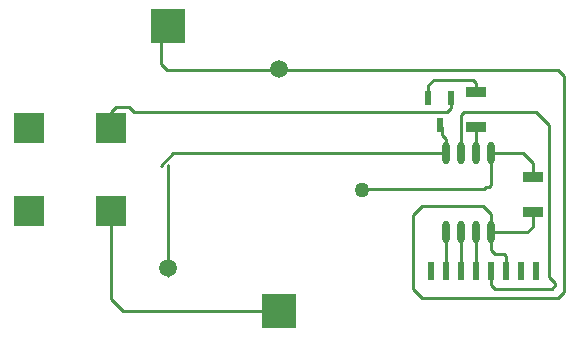
<source format=gbr>
%TF.GenerationSoftware,Altium Limited,Altium Designer,20.0.13 (296)*%
G04 Layer_Physical_Order=1*
G04 Layer_Color=255*
%FSLAX45Y45*%
%MOMM*%
%TF.FileFunction,Copper,L1,Top,Signal*%
%TF.Part,Single*%
G01*
G75*
%TA.AperFunction,SMDPad,CuDef*%
%ADD10R,2.50000X2.50000*%
%ADD11R,1.73000X0.97000*%
%ADD12O,0.60000X1.90000*%
%ADD13R,0.60000X1.15000*%
%TA.AperFunction,Conductor*%
%ADD14C,0.25400*%
%TA.AperFunction,ComponentPad*%
%ADD15R,0.60000X1.60000*%
%ADD16C,1.50800*%
%ADD17R,3.00000X3.00000*%
%TA.AperFunction,ViaPad*%
%ADD18C,1.27000*%
D10*
X10388600Y5791200D02*
D03*
Y6491200D02*
D03*
X11088600D02*
D03*
Y5791200D02*
D03*
D11*
X14173199Y6798400D02*
D03*
Y6502400D02*
D03*
X14655800Y5782900D02*
D03*
Y6078900D02*
D03*
D12*
X14300200Y6278600D02*
D03*
X14173199D02*
D03*
X14046201D02*
D03*
X13919200D02*
D03*
X14300200Y5608600D02*
D03*
X14173199D02*
D03*
X14046201D02*
D03*
X13919200D02*
D03*
D13*
X13963400Y6741900D02*
D03*
X13773399D02*
D03*
X13868401Y6516900D02*
D03*
D14*
X11569700Y6146800D02*
Y6174400D01*
Y5281000D02*
Y6174400D01*
Y5281000D02*
Y6146800D01*
X12509500Y6985000D02*
X14871700D01*
X11188700Y4940300D02*
X12402600D01*
X12407900Y4935000D01*
X11569700Y5242000D02*
Y6174400D01*
X11612600Y6278600D02*
X13919200D01*
X11506200Y6172200D02*
X11612600Y6278600D01*
X14173199D02*
Y6502400D01*
X13215440Y5976440D02*
X14244141D01*
X14262100Y5994400D01*
X14300200Y6009279D02*
Y6278600D01*
X14285321Y5994400D02*
X14300200Y6009279D01*
X14262100Y5994400D02*
X14285321D01*
X13208000Y5969000D02*
X13215440Y5976440D01*
X13716000Y5829300D02*
X14236700D01*
X13639799Y5753100D02*
X13716000Y5829300D01*
X14236700D02*
X14300200Y5765800D01*
X14795500Y5232400D02*
Y6515100D01*
X14046201Y6278600D02*
Y6604000D01*
X14071600Y6629400D01*
X14681200D02*
X14795500Y6515100D01*
X14071600Y6629400D02*
X14681200D01*
X14820900Y5130800D02*
X14848479Y5158379D01*
Y5179421D01*
X14795500Y5232400D02*
X14848479Y5179421D01*
X14922501Y5105400D02*
Y6934200D01*
X14871700Y6985000D02*
X14922501Y6934200D01*
X12407900Y6985000D02*
X12509500D01*
X14871700Y5054600D02*
X14922501Y5105400D01*
X13718179Y5054600D02*
X14871700D01*
X14338300Y5130800D02*
X14820900D01*
X14304610Y5164491D02*
Y5283200D01*
Y5164491D02*
X14338300Y5130800D01*
X14655800Y6078900D02*
Y6197600D01*
X14300200Y6278600D02*
X14574800D01*
X14655800Y6197600D01*
X14300200Y5608600D02*
Y5765800D01*
X13639799Y5130800D02*
Y5753100D01*
Y5130800D02*
X13703300Y5067300D01*
X13705479D02*
X13718179Y5054600D01*
X13703300Y5067300D02*
X13705479D01*
X11557000Y6985000D02*
X12407900D01*
X11506200Y7035800D02*
Y7289800D01*
Y7035800D02*
X11557000Y6985000D01*
X11125200Y6667500D02*
X11239500D01*
X11087100Y6629400D02*
X11125200Y6667500D01*
X11087100Y6492700D02*
Y6629400D01*
Y6492700D02*
X11088600Y6491200D01*
X11277600Y6629400D02*
X13931900D01*
X11239500Y6667500D02*
X11277600Y6629400D01*
X11088600Y5040400D02*
X11188700Y4940300D01*
X11088600Y5040400D02*
Y5791200D01*
X13931900Y6629400D02*
X13963400Y6660900D01*
Y6741900D01*
X14173199Y6798400D02*
Y6870700D01*
X13817599Y6896100D02*
X14147800D01*
X14173199Y6870700D01*
X13773399Y6851900D02*
X13817599Y6896100D01*
X13773399Y6741900D02*
Y6851900D01*
X13919200Y6278600D02*
Y6400800D01*
X13868401Y6516900D02*
X13885699Y6499600D01*
Y6434300D02*
Y6499600D01*
Y6434300D02*
X13919200Y6400800D01*
X14427200Y5287609D02*
X14431609Y5283200D01*
X14338300Y5422900D02*
X14412321D01*
X14427200Y5408021D01*
Y5287609D02*
Y5408021D01*
X14300200Y5461000D02*
X14338300Y5422900D01*
X14300200Y5461000D02*
Y5608600D01*
X14655800Y5651500D02*
Y5782900D01*
X14612900Y5608600D02*
X14655800Y5651500D01*
X14300200Y5608600D02*
X14612900D01*
X14173199D02*
X14175404Y5606395D01*
Y5285405D02*
Y5606395D01*
Y5285405D02*
X14177609Y5283200D01*
X14046201Y5608600D02*
X14048405Y5606395D01*
Y5285405D02*
Y5606395D01*
Y5285405D02*
X14050609Y5283200D01*
X13919200Y5608600D02*
X13921405Y5606395D01*
Y5285405D02*
Y5606395D01*
Y5285405D02*
X13923608Y5283200D01*
D15*
X14431609D02*
D03*
X14304610D02*
D03*
X14177609D02*
D03*
X14050609D02*
D03*
X13923608D02*
D03*
X13796609D02*
D03*
X14558630D02*
D03*
X14683069D02*
D03*
D16*
X12509500Y6990300D02*
D03*
X11569700Y5308600D02*
D03*
D17*
X12509500Y4940300D02*
D03*
X11569700Y7358600D02*
D03*
D18*
X13208000Y5969000D02*
D03*
%TF.MD5,4863ca82ce30ef0f2b16cc23ae83c4e9*%
M02*

</source>
